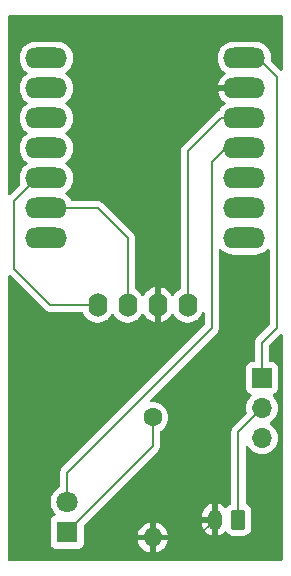
<source format=gbr>
%TF.GenerationSoftware,KiCad,Pcbnew,8.0.8*%
%TF.CreationDate,2025-02-27T00:19:43-08:00*%
%TF.ProjectId,Lab3v3,4c616233-7633-42e6-9b69-6361645f7063,V1*%
%TF.SameCoordinates,Original*%
%TF.FileFunction,Copper,L1,Top*%
%TF.FilePolarity,Positive*%
%FSLAX46Y46*%
G04 Gerber Fmt 4.6, Leading zero omitted, Abs format (unit mm)*
G04 Created by KiCad (PCBNEW 8.0.8) date 2025-02-27 00:19:43*
%MOMM*%
%LPD*%
G01*
G04 APERTURE LIST*
G04 Aperture macros list*
%AMRoundRect*
0 Rectangle with rounded corners*
0 $1 Rounding radius*
0 $2 $3 $4 $5 $6 $7 $8 $9 X,Y pos of 4 corners*
0 Add a 4 corners polygon primitive as box body*
4,1,4,$2,$3,$4,$5,$6,$7,$8,$9,$2,$3,0*
0 Add four circle primitives for the rounded corners*
1,1,$1+$1,$2,$3*
1,1,$1+$1,$4,$5*
1,1,$1+$1,$6,$7*
1,1,$1+$1,$8,$9*
0 Add four rect primitives between the rounded corners*
20,1,$1+$1,$2,$3,$4,$5,0*
20,1,$1+$1,$4,$5,$6,$7,0*
20,1,$1+$1,$6,$7,$8,$9,0*
20,1,$1+$1,$8,$9,$2,$3,0*%
G04 Aperture macros list end*
%TA.AperFunction,ComponentPad*%
%ADD10R,1.800000X1.800000*%
%TD*%
%TA.AperFunction,ComponentPad*%
%ADD11C,1.800000*%
%TD*%
%TA.AperFunction,ComponentPad*%
%ADD12O,1.600000X2.000000*%
%TD*%
%TA.AperFunction,ComponentPad*%
%ADD13C,1.600000*%
%TD*%
%TA.AperFunction,ComponentPad*%
%ADD14O,1.600000X1.600000*%
%TD*%
%TA.AperFunction,ComponentPad*%
%ADD15R,1.700000X1.700000*%
%TD*%
%TA.AperFunction,ComponentPad*%
%ADD16O,1.700000X1.700000*%
%TD*%
%TA.AperFunction,ComponentPad*%
%ADD17O,3.556000X1.778000*%
%TD*%
%TA.AperFunction,ComponentPad*%
%ADD18RoundRect,0.250000X0.350000X0.625000X-0.350000X0.625000X-0.350000X-0.625000X0.350000X-0.625000X0*%
%TD*%
%TA.AperFunction,ComponentPad*%
%ADD19O,1.200000X1.750000*%
%TD*%
%TA.AperFunction,Conductor*%
%ADD20C,0.200000*%
%TD*%
G04 APERTURE END LIST*
D10*
%TO.P,D4,1,K*%
%TO.N,Net-(D4-K)*%
X151500000Y-118790000D03*
D11*
%TO.P,D4,2,A*%
%TO.N,Net-(D4-A)*%
X151500000Y-116250000D03*
%TD*%
D12*
%TO.P,Humidity1,4,VIN*%
%TO.N,Net-(Humidity1-VIN)*%
X161700000Y-99550000D03*
%TO.P,Humidity1,3,GND*%
%TO.N,GND*%
X159160000Y-99550000D03*
%TO.P,Humidity1,2,SCL*%
%TO.N,Net-(Humidity1-SCL)*%
X156620000Y-99550000D03*
%TO.P,Humidity1,1,SDA*%
%TO.N,Net-(Humidity1-SDA)*%
X154080000Y-99550000D03*
%TD*%
D13*
%TO.P,R5,1*%
%TO.N,Net-(D4-K)*%
X158750000Y-109090000D03*
D14*
%TO.P,R5,2*%
%TO.N,GND*%
X158750000Y-119250000D03*
%TD*%
D15*
%TO.P,SW1,1,A*%
%TO.N,Net-(SW1-A)*%
X168000000Y-105750000D03*
D16*
%TO.P,SW1,2,B*%
%TO.N,Net-(BT1-+)*%
X168000000Y-108290000D03*
%TO.P,SW1,3,C*%
%TO.N,unconnected-(SW1-C-Pad3)*%
X168000000Y-110830000D03*
%TD*%
D17*
%TO.P,U3,1,PA02_A0_D0*%
%TO.N,unconnected-(U3-PA02_A0_D0-Pad1)*%
X149748000Y-78670000D03*
%TO.P,U3,2,PA4_A1_D1*%
%TO.N,unconnected-(U3-PA4_A1_D1-Pad2)*%
X149748000Y-81210000D03*
%TO.P,U3,3,PA10_A2_D2*%
%TO.N,unconnected-(U3-PA10_A2_D2-Pad3)*%
X149748000Y-83750000D03*
%TO.P,U3,4,PA11_A3_D3*%
%TO.N,unconnected-(U3-PA11_A3_D3-Pad4)*%
X149748000Y-86290000D03*
%TO.P,U3,5,PA8_A4_D4_SDA*%
%TO.N,Net-(Humidity1-SDA)*%
X149748000Y-88830000D03*
%TO.P,U3,6,PA9_A5_D5_SCL*%
%TO.N,Net-(Humidity1-SCL)*%
X149748000Y-91370000D03*
%TO.P,U3,7,PB08_A6_D6_TX*%
%TO.N,unconnected-(U3-PB08_A6_D6_TX-Pad7)*%
X149748000Y-93910000D03*
%TO.P,U3,8,5V*%
%TO.N,Net-(SW1-A)*%
X166512000Y-78670000D03*
%TO.P,U3,9,GND*%
%TO.N,GND*%
X166512000Y-81210000D03*
%TO.P,U3,10,3V3*%
%TO.N,Net-(Humidity1-VIN)*%
X166512000Y-83750000D03*
%TO.P,U3,11,PA6_A10_D10_MOSI*%
%TO.N,Net-(D4-A)*%
X166512000Y-86290000D03*
%TO.P,U3,12,PA5_A9_D9_MISO*%
%TO.N,unconnected-(U3-PA5_A9_D9_MISO-Pad12)*%
X166512000Y-88830000D03*
%TO.P,U3,13,PA7_A8_D8_SCK*%
%TO.N,unconnected-(U3-PA7_A8_D8_SCK-Pad13)*%
X166512000Y-91370000D03*
%TO.P,U3,14,PB09_A7_D7_RX*%
%TO.N,unconnected-(U3-PB09_A7_D7_RX-Pad14)*%
X166512000Y-93910000D03*
%TD*%
D18*
%TO.P,BT1,1,+*%
%TO.N,Net-(BT1-+)*%
X166000000Y-117750000D03*
D19*
%TO.P,BT1,2,-*%
%TO.N,GND*%
X164000000Y-117750000D03*
%TD*%
D20*
%TO.N,GND*%
X151500000Y-107000000D02*
X152000000Y-106500000D01*
X150500000Y-107000000D02*
X151500000Y-107000000D01*
X152000000Y-106500000D02*
X152000000Y-104500000D01*
X150000000Y-106500000D02*
X150500000Y-107000000D01*
X150000000Y-104500000D02*
X150000000Y-106500000D01*
X148500000Y-104250000D02*
X148500000Y-107000000D01*
X148500000Y-104250000D02*
X150000000Y-102750000D01*
X147000000Y-102750000D02*
X148500000Y-104250000D01*
X162500000Y-119250000D02*
X164000000Y-117750000D01*
X164540000Y-81210000D02*
X165750000Y-81210000D01*
X159160000Y-99550000D02*
X159160000Y-86590000D01*
X159160000Y-86590000D02*
X164540000Y-81210000D01*
X158750000Y-119250000D02*
X162500000Y-119250000D01*
%TO.N,Net-(SW1-A)*%
X165750000Y-78670000D02*
X167670000Y-78670000D01*
X169250000Y-80250000D02*
X169250000Y-101500000D01*
X168000000Y-102750000D02*
X168000000Y-105750000D01*
X169250000Y-101500000D02*
X168000000Y-102750000D01*
X167670000Y-78670000D02*
X169250000Y-80250000D01*
%TO.N,Net-(Humidity1-SDA)*%
X147000000Y-96500000D02*
X147000000Y-90750000D01*
X154080000Y-99550000D02*
X150050000Y-99550000D01*
X148920000Y-88830000D02*
X150510000Y-88830000D01*
X150050000Y-99550000D02*
X147000000Y-96500000D01*
X147000000Y-90750000D02*
X148920000Y-88830000D01*
%TO.N,Net-(D4-K)*%
X158750000Y-111540000D02*
X151500000Y-118790000D01*
X158750000Y-109090000D02*
X158750000Y-111540000D01*
%TO.N,Net-(D4-A)*%
X151500000Y-116250000D02*
X151500000Y-113750000D01*
X163750000Y-101500000D02*
X163750000Y-87500000D01*
X164960000Y-86290000D02*
X165750000Y-86290000D01*
X163750000Y-87500000D02*
X164960000Y-86290000D01*
X151500000Y-113750000D02*
X163750000Y-101500000D01*
%TO.N,Net-(Humidity1-VIN)*%
X164500000Y-83750000D02*
X165750000Y-83750000D01*
X161700000Y-86550000D02*
X164500000Y-83750000D01*
X161700000Y-99550000D02*
X161700000Y-86550000D01*
%TO.N,Net-(BT1-+)*%
X166000000Y-110290000D02*
X166000000Y-117750000D01*
X168000000Y-108290000D02*
X166000000Y-110290000D01*
%TO.N,Net-(Humidity1-SCL)*%
X154120000Y-91370000D02*
X150510000Y-91370000D01*
X156620000Y-93870000D02*
X154120000Y-91370000D01*
X156620000Y-99550000D02*
X156620000Y-93870000D01*
%TO.N,GND*%
X154000000Y-107000000D02*
X153500000Y-106500000D01*
X154125000Y-104750000D02*
X155500000Y-104750000D01*
X153500000Y-103250000D02*
X153500000Y-104125000D01*
X154250000Y-102500000D02*
X153500000Y-103250000D01*
X155250000Y-107000000D02*
X154000000Y-107000000D01*
X153500000Y-104125000D02*
X154125000Y-104750000D01*
X155500000Y-104750000D02*
X156000000Y-105250000D01*
X156000000Y-105250000D02*
X156000000Y-106250000D01*
X155500000Y-102500000D02*
X154250000Y-102500000D01*
X156000000Y-103000000D02*
X155500000Y-102500000D01*
X156000000Y-106250000D02*
X155250000Y-107000000D01*
%TD*%
%TA.AperFunction,Conductor*%
%TO.N,GND*%
G36*
X164555703Y-94808200D02*
G01*
X164562181Y-94814232D01*
X164717806Y-94969857D01*
X164883374Y-95090147D01*
X164894743Y-95098407D01*
X165022132Y-95163315D01*
X165089616Y-95197701D01*
X165089619Y-95197702D01*
X165193621Y-95231493D01*
X165297625Y-95265286D01*
X165397672Y-95281132D01*
X165513639Y-95299500D01*
X165513644Y-95299500D01*
X167510361Y-95299500D01*
X167615082Y-95282912D01*
X167726375Y-95265286D01*
X167934383Y-95197701D01*
X168129257Y-95098407D01*
X168228601Y-95026229D01*
X168306193Y-94969857D01*
X168306195Y-94969854D01*
X168306199Y-94969852D01*
X168437819Y-94838232D01*
X168499142Y-94804747D01*
X168568834Y-94809731D01*
X168624767Y-94851603D01*
X168649184Y-94917067D01*
X168649500Y-94925913D01*
X168649500Y-101199902D01*
X168629815Y-101266941D01*
X168613181Y-101287583D01*
X167519481Y-102381282D01*
X167519479Y-102381285D01*
X167469361Y-102468094D01*
X167469359Y-102468096D01*
X167440425Y-102518209D01*
X167440424Y-102518210D01*
X167440423Y-102518215D01*
X167399499Y-102670943D01*
X167399499Y-102670945D01*
X167399499Y-102839046D01*
X167399500Y-102839059D01*
X167399500Y-104275500D01*
X167379815Y-104342539D01*
X167327011Y-104388294D01*
X167275501Y-104399500D01*
X167102130Y-104399500D01*
X167102123Y-104399501D01*
X167042516Y-104405908D01*
X166907671Y-104456202D01*
X166907664Y-104456206D01*
X166792455Y-104542452D01*
X166792452Y-104542455D01*
X166706206Y-104657664D01*
X166706202Y-104657671D01*
X166655908Y-104792517D01*
X166649501Y-104852116D01*
X166649501Y-104852123D01*
X166649500Y-104852135D01*
X166649500Y-106647870D01*
X166649501Y-106647876D01*
X166655908Y-106707483D01*
X166706202Y-106842328D01*
X166706206Y-106842335D01*
X166792452Y-106957544D01*
X166792455Y-106957547D01*
X166907664Y-107043793D01*
X166907671Y-107043797D01*
X167039081Y-107092810D01*
X167095015Y-107134681D01*
X167119432Y-107200145D01*
X167104580Y-107268418D01*
X167083430Y-107296673D01*
X166961503Y-107418600D01*
X166825965Y-107612169D01*
X166825964Y-107612171D01*
X166726098Y-107826335D01*
X166726094Y-107826344D01*
X166664938Y-108054586D01*
X166664936Y-108054596D01*
X166644341Y-108289999D01*
X166644341Y-108290000D01*
X166664936Y-108525403D01*
X166664938Y-108525413D01*
X166699327Y-108653756D01*
X166697664Y-108723606D01*
X166667233Y-108773530D01*
X165631286Y-109809478D01*
X165519481Y-109921282D01*
X165519479Y-109921285D01*
X165469361Y-110008094D01*
X165469359Y-110008096D01*
X165440425Y-110058209D01*
X165440424Y-110058210D01*
X165424544Y-110117472D01*
X165399499Y-110210943D01*
X165399499Y-110210945D01*
X165399499Y-110379046D01*
X165399500Y-110379059D01*
X165399500Y-116329091D01*
X165379815Y-116396130D01*
X165335731Y-116434641D01*
X165336813Y-116436395D01*
X165330667Y-116440185D01*
X165330666Y-116440186D01*
X165264014Y-116481297D01*
X165181342Y-116532289D01*
X165057289Y-116656342D01*
X165017420Y-116720981D01*
X164965472Y-116767705D01*
X164896509Y-116778928D01*
X164832427Y-116751084D01*
X164824200Y-116743565D01*
X164716602Y-116635967D01*
X164576524Y-116534195D01*
X164422257Y-116455591D01*
X164257589Y-116402087D01*
X164257581Y-116402085D01*
X164250000Y-116400884D01*
X164250000Y-117469670D01*
X164230255Y-117449925D01*
X164144745Y-117400556D01*
X164049370Y-117375000D01*
X163950630Y-117375000D01*
X163855255Y-117400556D01*
X163769745Y-117449925D01*
X163750000Y-117469670D01*
X163750000Y-116400884D01*
X163749999Y-116400884D01*
X163742418Y-116402085D01*
X163742410Y-116402087D01*
X163577742Y-116455591D01*
X163423475Y-116534195D01*
X163283397Y-116635967D01*
X163160967Y-116758397D01*
X163059195Y-116898475D01*
X162980591Y-117052742D01*
X162927085Y-117217415D01*
X162900000Y-117388428D01*
X162900000Y-117500000D01*
X163719670Y-117500000D01*
X163699925Y-117519745D01*
X163650556Y-117605255D01*
X163625000Y-117700630D01*
X163625000Y-117799370D01*
X163650556Y-117894745D01*
X163699925Y-117980255D01*
X163719670Y-118000000D01*
X162900000Y-118000000D01*
X162900000Y-118111571D01*
X162927085Y-118282584D01*
X162980591Y-118447257D01*
X163059195Y-118601524D01*
X163160967Y-118741602D01*
X163283397Y-118864032D01*
X163423475Y-118965804D01*
X163577744Y-119044408D01*
X163742415Y-119097914D01*
X163742414Y-119097914D01*
X163749999Y-119099115D01*
X163750000Y-119099114D01*
X163750000Y-118030330D01*
X163769745Y-118050075D01*
X163855255Y-118099444D01*
X163950630Y-118125000D01*
X164049370Y-118125000D01*
X164144745Y-118099444D01*
X164230255Y-118050075D01*
X164250000Y-118030330D01*
X164250000Y-119099115D01*
X164257584Y-119097914D01*
X164422255Y-119044408D01*
X164576524Y-118965804D01*
X164716598Y-118864035D01*
X164824199Y-118756434D01*
X164885522Y-118722949D01*
X164955214Y-118727933D01*
X165011148Y-118769804D01*
X165017418Y-118779016D01*
X165057288Y-118843656D01*
X165181344Y-118967712D01*
X165330666Y-119059814D01*
X165497203Y-119114999D01*
X165599991Y-119125500D01*
X166400008Y-119125499D01*
X166400016Y-119125498D01*
X166400019Y-119125498D01*
X166456302Y-119119748D01*
X166502797Y-119114999D01*
X166669334Y-119059814D01*
X166818656Y-118967712D01*
X166942712Y-118843656D01*
X167034814Y-118694334D01*
X167089999Y-118527797D01*
X167100500Y-118425009D01*
X167100499Y-117074992D01*
X167089999Y-116972203D01*
X167034814Y-116805666D01*
X166942712Y-116656344D01*
X166818656Y-116532288D01*
X166669334Y-116440186D01*
X166669332Y-116440185D01*
X166663187Y-116436395D01*
X166664290Y-116434605D01*
X166619649Y-116395290D01*
X166600500Y-116329091D01*
X166600500Y-111579110D01*
X166620185Y-111512071D01*
X166672989Y-111466316D01*
X166742147Y-111456372D01*
X166805703Y-111485397D01*
X166826075Y-111507987D01*
X166961500Y-111701395D01*
X166961505Y-111701401D01*
X167128599Y-111868495D01*
X167186042Y-111908717D01*
X167322165Y-112004032D01*
X167322167Y-112004033D01*
X167322170Y-112004035D01*
X167536337Y-112103903D01*
X167764592Y-112165063D01*
X167952918Y-112181539D01*
X167999999Y-112185659D01*
X168000000Y-112185659D01*
X168000001Y-112185659D01*
X168039234Y-112182226D01*
X168235408Y-112165063D01*
X168463663Y-112103903D01*
X168677830Y-112004035D01*
X168871401Y-111868495D01*
X169038495Y-111701401D01*
X169174035Y-111507830D01*
X169273903Y-111293663D01*
X169335063Y-111065408D01*
X169355659Y-110830000D01*
X169335063Y-110594592D01*
X169273903Y-110366337D01*
X169174035Y-110152171D01*
X169130536Y-110090047D01*
X169038494Y-109958597D01*
X168871402Y-109791506D01*
X168871396Y-109791501D01*
X168685842Y-109661575D01*
X168642217Y-109606998D01*
X168635023Y-109537500D01*
X168666546Y-109475145D01*
X168685842Y-109458425D01*
X168708026Y-109442891D01*
X168871401Y-109328495D01*
X169038495Y-109161401D01*
X169174035Y-108967830D01*
X169273903Y-108753663D01*
X169335063Y-108525408D01*
X169355659Y-108290000D01*
X169335063Y-108054592D01*
X169273903Y-107826337D01*
X169174035Y-107612171D01*
X169155265Y-107585365D01*
X169038496Y-107418600D01*
X169038495Y-107418599D01*
X168916567Y-107296671D01*
X168883084Y-107235351D01*
X168888068Y-107165659D01*
X168929939Y-107109725D01*
X168960915Y-107092810D01*
X169092331Y-107043796D01*
X169207546Y-106957546D01*
X169293796Y-106842331D01*
X169344091Y-106707483D01*
X169350500Y-106647873D01*
X169350499Y-104852128D01*
X169344091Y-104792517D01*
X169293796Y-104657669D01*
X169293795Y-104657668D01*
X169293793Y-104657664D01*
X169207547Y-104542455D01*
X169207544Y-104542452D01*
X169092335Y-104456206D01*
X169092328Y-104456202D01*
X168957482Y-104405908D01*
X168957483Y-104405908D01*
X168897883Y-104399501D01*
X168897881Y-104399500D01*
X168897873Y-104399500D01*
X168897865Y-104399500D01*
X168724500Y-104399500D01*
X168657461Y-104379815D01*
X168611706Y-104327011D01*
X168600500Y-104275500D01*
X168600500Y-103050096D01*
X168620185Y-102983057D01*
X168636814Y-102962419D01*
X169537819Y-102061414D01*
X169599142Y-102027930D01*
X169668834Y-102032914D01*
X169724767Y-102074786D01*
X169749184Y-102140250D01*
X169749500Y-102149096D01*
X169749500Y-121125500D01*
X169729815Y-121192539D01*
X169677011Y-121238294D01*
X169625500Y-121249500D01*
X146624500Y-121249500D01*
X146557461Y-121229815D01*
X146511706Y-121177011D01*
X146500500Y-121125500D01*
X146500500Y-97149097D01*
X146520185Y-97082058D01*
X146572989Y-97036303D01*
X146642147Y-97026359D01*
X146705703Y-97055384D01*
X146712181Y-97061416D01*
X149565139Y-99914374D01*
X149565149Y-99914385D01*
X149569479Y-99918715D01*
X149569480Y-99918716D01*
X149681284Y-100030520D01*
X149681286Y-100030521D01*
X149681290Y-100030524D01*
X149818209Y-100109573D01*
X149818216Y-100109577D01*
X149930019Y-100139534D01*
X149970942Y-100150500D01*
X149970943Y-100150500D01*
X152752613Y-100150500D01*
X152819652Y-100170185D01*
X152865407Y-100222989D01*
X152870543Y-100236180D01*
X152874779Y-100249219D01*
X152967715Y-100431613D01*
X153088028Y-100597213D01*
X153232786Y-100741971D01*
X153387749Y-100854556D01*
X153398390Y-100862287D01*
X153514607Y-100921503D01*
X153580776Y-100955218D01*
X153580778Y-100955218D01*
X153580781Y-100955220D01*
X153685137Y-100989127D01*
X153775465Y-101018477D01*
X153876557Y-101034488D01*
X153977648Y-101050500D01*
X153977649Y-101050500D01*
X154182351Y-101050500D01*
X154182352Y-101050500D01*
X154384534Y-101018477D01*
X154579219Y-100955220D01*
X154761610Y-100862287D01*
X154854590Y-100794732D01*
X154927213Y-100741971D01*
X154927215Y-100741968D01*
X154927219Y-100741966D01*
X155071966Y-100597219D01*
X155071968Y-100597215D01*
X155071971Y-100597213D01*
X155192284Y-100431614D01*
X155192286Y-100431611D01*
X155192287Y-100431610D01*
X155239516Y-100338917D01*
X155287489Y-100288123D01*
X155355310Y-100271328D01*
X155421445Y-100293865D01*
X155460485Y-100338919D01*
X155507715Y-100431614D01*
X155628028Y-100597213D01*
X155772786Y-100741971D01*
X155927749Y-100854556D01*
X155938390Y-100862287D01*
X156054607Y-100921503D01*
X156120776Y-100955218D01*
X156120778Y-100955218D01*
X156120781Y-100955220D01*
X156225137Y-100989127D01*
X156315465Y-101018477D01*
X156416557Y-101034488D01*
X156517648Y-101050500D01*
X156517649Y-101050500D01*
X156722351Y-101050500D01*
X156722352Y-101050500D01*
X156924534Y-101018477D01*
X157119219Y-100955220D01*
X157301610Y-100862287D01*
X157394590Y-100794732D01*
X157467213Y-100741971D01*
X157467215Y-100741968D01*
X157467219Y-100741966D01*
X157611966Y-100597219D01*
X157611968Y-100597215D01*
X157611971Y-100597213D01*
X157732284Y-100431614D01*
X157732286Y-100431611D01*
X157732287Y-100431610D01*
X157779795Y-100338369D01*
X157827770Y-100287574D01*
X157895591Y-100270779D01*
X157961725Y-100293316D01*
X158000765Y-100338370D01*
X158048140Y-100431349D01*
X158168417Y-100596894D01*
X158168417Y-100596895D01*
X158313104Y-100741582D01*
X158478650Y-100861859D01*
X158660968Y-100954754D01*
X158855578Y-101017988D01*
X158910000Y-101026607D01*
X158910000Y-99983012D01*
X158967007Y-100015925D01*
X159094174Y-100050000D01*
X159225826Y-100050000D01*
X159352993Y-100015925D01*
X159410000Y-99983012D01*
X159410000Y-101026606D01*
X159464421Y-101017988D01*
X159659031Y-100954754D01*
X159841349Y-100861859D01*
X160006894Y-100741582D01*
X160006895Y-100741582D01*
X160151582Y-100596895D01*
X160151582Y-100596894D01*
X160271861Y-100431347D01*
X160319234Y-100338371D01*
X160367208Y-100287575D01*
X160435028Y-100270779D01*
X160501164Y-100293316D01*
X160540203Y-100338369D01*
X160587713Y-100431611D01*
X160708028Y-100597213D01*
X160852786Y-100741971D01*
X161007749Y-100854556D01*
X161018390Y-100862287D01*
X161134607Y-100921503D01*
X161200776Y-100955218D01*
X161200778Y-100955218D01*
X161200781Y-100955220D01*
X161305137Y-100989127D01*
X161395465Y-101018477D01*
X161496557Y-101034488D01*
X161597648Y-101050500D01*
X161597649Y-101050500D01*
X161802351Y-101050500D01*
X161802352Y-101050500D01*
X162004534Y-101018477D01*
X162199219Y-100955220D01*
X162381610Y-100862287D01*
X162474590Y-100794732D01*
X162547213Y-100741971D01*
X162547215Y-100741968D01*
X162547219Y-100741966D01*
X162691966Y-100597219D01*
X162691968Y-100597215D01*
X162691971Y-100597213D01*
X162744732Y-100524590D01*
X162812287Y-100431610D01*
X162905220Y-100249219D01*
X162907570Y-100241985D01*
X162947005Y-100184313D01*
X163011363Y-100157114D01*
X163080210Y-100169028D01*
X163131686Y-100216271D01*
X163149500Y-100280306D01*
X163149500Y-101199902D01*
X163129815Y-101266941D01*
X163113181Y-101287583D01*
X151019481Y-113381282D01*
X151019479Y-113381285D01*
X150969361Y-113468094D01*
X150969359Y-113468096D01*
X150940425Y-113518209D01*
X150940424Y-113518210D01*
X150940423Y-113518215D01*
X150899499Y-113670943D01*
X150899499Y-113670945D01*
X150899499Y-113839046D01*
X150899500Y-113839059D01*
X150899500Y-114908655D01*
X150879815Y-114975694D01*
X150834519Y-115017709D01*
X150731376Y-115073528D01*
X150731365Y-115073535D01*
X150548222Y-115216081D01*
X150548219Y-115216084D01*
X150391016Y-115386852D01*
X150264075Y-115581151D01*
X150170842Y-115793699D01*
X150113866Y-116018691D01*
X150113864Y-116018702D01*
X150094700Y-116249993D01*
X150094700Y-116250006D01*
X150113864Y-116481297D01*
X150113866Y-116481308D01*
X150170842Y-116706300D01*
X150264075Y-116918848D01*
X150391016Y-117113147D01*
X150391019Y-117113151D01*
X150391021Y-117113153D01*
X150485803Y-117216114D01*
X150516724Y-117278767D01*
X150508864Y-117348193D01*
X150464716Y-117402348D01*
X150437906Y-117416277D01*
X150357669Y-117446203D01*
X150357664Y-117446206D01*
X150242455Y-117532452D01*
X150242452Y-117532455D01*
X150156206Y-117647664D01*
X150156202Y-117647671D01*
X150105908Y-117782517D01*
X150099501Y-117842116D01*
X150099500Y-117842135D01*
X150099500Y-119737870D01*
X150099501Y-119737876D01*
X150105908Y-119797483D01*
X150156202Y-119932328D01*
X150156206Y-119932335D01*
X150242452Y-120047544D01*
X150242455Y-120047547D01*
X150357664Y-120133793D01*
X150357671Y-120133797D01*
X150492517Y-120184091D01*
X150492516Y-120184091D01*
X150499444Y-120184835D01*
X150552127Y-120190500D01*
X152447872Y-120190499D01*
X152507483Y-120184091D01*
X152642331Y-120133796D01*
X152757546Y-120047546D01*
X152843796Y-119932331D01*
X152894091Y-119797483D01*
X152900500Y-119737873D01*
X152900499Y-118999999D01*
X157471127Y-118999999D01*
X157471128Y-119000000D01*
X158434314Y-119000000D01*
X158429920Y-119004394D01*
X158377259Y-119095606D01*
X158350000Y-119197339D01*
X158350000Y-119302661D01*
X158377259Y-119404394D01*
X158429920Y-119495606D01*
X158434314Y-119500000D01*
X157471128Y-119500000D01*
X157523730Y-119696317D01*
X157523734Y-119696326D01*
X157619865Y-119902482D01*
X157750342Y-120088820D01*
X157911179Y-120249657D01*
X158097517Y-120380134D01*
X158303673Y-120476265D01*
X158303682Y-120476269D01*
X158499999Y-120528872D01*
X158500000Y-120528871D01*
X158500000Y-119565686D01*
X158504394Y-119570080D01*
X158595606Y-119622741D01*
X158697339Y-119650000D01*
X158802661Y-119650000D01*
X158904394Y-119622741D01*
X158995606Y-119570080D01*
X159000000Y-119565686D01*
X159000000Y-120528872D01*
X159196317Y-120476269D01*
X159196326Y-120476265D01*
X159402482Y-120380134D01*
X159588820Y-120249657D01*
X159749657Y-120088820D01*
X159880134Y-119902482D01*
X159976265Y-119696326D01*
X159976269Y-119696317D01*
X160028872Y-119500000D01*
X159065686Y-119500000D01*
X159070080Y-119495606D01*
X159122741Y-119404394D01*
X159150000Y-119302661D01*
X159150000Y-119197339D01*
X159122741Y-119095606D01*
X159070080Y-119004394D01*
X159065686Y-119000000D01*
X160028872Y-119000000D01*
X160028872Y-118999999D01*
X159976269Y-118803682D01*
X159976265Y-118803673D01*
X159880134Y-118597517D01*
X159749657Y-118411179D01*
X159588820Y-118250342D01*
X159402482Y-118119865D01*
X159196328Y-118023734D01*
X159000000Y-117971127D01*
X159000000Y-118934314D01*
X158995606Y-118929920D01*
X158904394Y-118877259D01*
X158802661Y-118850000D01*
X158697339Y-118850000D01*
X158595606Y-118877259D01*
X158504394Y-118929920D01*
X158500000Y-118934314D01*
X158500000Y-117971127D01*
X158303671Y-118023734D01*
X158097517Y-118119865D01*
X157911179Y-118250342D01*
X157750342Y-118411179D01*
X157619865Y-118597517D01*
X157523734Y-118803673D01*
X157523730Y-118803682D01*
X157471127Y-118999999D01*
X152900499Y-118999999D01*
X152900499Y-118290095D01*
X152920184Y-118223057D01*
X152936813Y-118202420D01*
X159108506Y-112030728D01*
X159108511Y-112030724D01*
X159118714Y-112020520D01*
X159118716Y-112020520D01*
X159230520Y-111908716D01*
X159309577Y-111771784D01*
X159350500Y-111619057D01*
X159350500Y-110321692D01*
X159370185Y-110254653D01*
X159403374Y-110220119D01*
X159589139Y-110090047D01*
X159750047Y-109929139D01*
X159880568Y-109742734D01*
X159976739Y-109536496D01*
X160035635Y-109316692D01*
X160055468Y-109090000D01*
X160035635Y-108863308D01*
X159976739Y-108643504D01*
X159880568Y-108437266D01*
X159750047Y-108250861D01*
X159750045Y-108250858D01*
X159589141Y-108089954D01*
X159402734Y-107959432D01*
X159402732Y-107959431D01*
X159196497Y-107863261D01*
X159196488Y-107863258D01*
X158976697Y-107804366D01*
X158976693Y-107804365D01*
X158976692Y-107804365D01*
X158976691Y-107804364D01*
X158976686Y-107804364D01*
X158750002Y-107784532D01*
X158749998Y-107784532D01*
X158612356Y-107796574D01*
X158543856Y-107782807D01*
X158493673Y-107734192D01*
X158477740Y-107666163D01*
X158501115Y-107600320D01*
X158513862Y-107585371D01*
X164118713Y-101980521D01*
X164118716Y-101980520D01*
X164230520Y-101868716D01*
X164280639Y-101781904D01*
X164309577Y-101731785D01*
X164350500Y-101579057D01*
X164350500Y-101420943D01*
X164350500Y-94901913D01*
X164370185Y-94834874D01*
X164422989Y-94789119D01*
X164492147Y-94779175D01*
X164555703Y-94808200D01*
G37*
%TD.AperFunction*%
%TA.AperFunction,Conductor*%
G36*
X169692539Y-75020185D02*
G01*
X169738294Y-75072989D01*
X169749500Y-75124500D01*
X169749500Y-79600903D01*
X169729815Y-79667942D01*
X169677011Y-79713697D01*
X169607853Y-79723641D01*
X169544297Y-79694616D01*
X169537819Y-79688584D01*
X168813037Y-78963802D01*
X168779552Y-78902479D01*
X168778245Y-78856728D01*
X168790500Y-78779356D01*
X168790500Y-78560644D01*
X168790500Y-78560638D01*
X168770595Y-78434971D01*
X168756286Y-78344625D01*
X168688701Y-78136617D01*
X168688701Y-78136616D01*
X168654315Y-78069132D01*
X168589407Y-77941743D01*
X168581147Y-77930374D01*
X168460857Y-77764806D01*
X168306193Y-77610142D01*
X168129260Y-77481595D01*
X168129259Y-77481594D01*
X168129257Y-77481593D01*
X168066825Y-77449782D01*
X167934383Y-77382298D01*
X167934380Y-77382297D01*
X167726376Y-77314714D01*
X167510361Y-77280500D01*
X167510356Y-77280500D01*
X165513644Y-77280500D01*
X165513639Y-77280500D01*
X165297623Y-77314714D01*
X165089619Y-77382297D01*
X165089616Y-77382298D01*
X164894739Y-77481595D01*
X164717806Y-77610142D01*
X164563142Y-77764806D01*
X164434595Y-77941739D01*
X164335298Y-78136616D01*
X164335297Y-78136619D01*
X164267714Y-78344623D01*
X164233500Y-78560638D01*
X164233500Y-78779361D01*
X164267714Y-78995376D01*
X164335297Y-79203380D01*
X164335298Y-79203383D01*
X164434595Y-79398260D01*
X164563142Y-79575193D01*
X164717802Y-79729853D01*
X164717807Y-79729857D01*
X164869394Y-79839991D01*
X164912060Y-79895320D01*
X164918039Y-79964934D01*
X164885434Y-80026729D01*
X164869394Y-80040627D01*
X164718133Y-80150524D01*
X164718128Y-80150528D01*
X164563528Y-80305128D01*
X164563524Y-80305133D01*
X164435023Y-80482001D01*
X164335762Y-80676808D01*
X164335761Y-80676811D01*
X164268201Y-80884741D01*
X164256282Y-80960000D01*
X165307749Y-80960000D01*
X165276619Y-81013919D01*
X165242000Y-81143120D01*
X165242000Y-81276880D01*
X165276619Y-81406081D01*
X165307749Y-81460000D01*
X164256282Y-81460000D01*
X164268201Y-81535258D01*
X164335761Y-81743188D01*
X164335762Y-81743191D01*
X164435023Y-81937998D01*
X164563524Y-82114866D01*
X164563528Y-82114871D01*
X164718128Y-82269471D01*
X164718133Y-82269475D01*
X164869394Y-82379372D01*
X164912060Y-82434701D01*
X164918039Y-82504315D01*
X164885434Y-82566110D01*
X164869394Y-82580008D01*
X164717807Y-82690142D01*
X164717802Y-82690146D01*
X164563142Y-82844806D01*
X164434593Y-83021741D01*
X164386426Y-83116273D01*
X164338451Y-83167068D01*
X164308039Y-83179751D01*
X164268215Y-83190422D01*
X164268209Y-83190425D01*
X164222847Y-83216616D01*
X164222845Y-83216617D01*
X164131290Y-83269475D01*
X164131282Y-83269481D01*
X162722532Y-84678232D01*
X161331286Y-86069478D01*
X161331284Y-86069480D01*
X161275810Y-86124954D01*
X161219481Y-86181282D01*
X161219480Y-86181284D01*
X161202357Y-86210943D01*
X161140423Y-86318215D01*
X161099499Y-86470943D01*
X161099499Y-86470945D01*
X161099499Y-86639046D01*
X161099500Y-86639059D01*
X161099500Y-98120397D01*
X161079815Y-98187436D01*
X161031800Y-98230879D01*
X161018389Y-98237712D01*
X160852786Y-98358028D01*
X160708028Y-98502786D01*
X160587713Y-98668388D01*
X160540203Y-98761630D01*
X160492228Y-98812426D01*
X160424407Y-98829220D01*
X160358272Y-98806682D01*
X160319234Y-98761628D01*
X160271861Y-98668652D01*
X160151582Y-98503105D01*
X160151582Y-98503104D01*
X160006895Y-98358417D01*
X159841349Y-98238140D01*
X159659029Y-98145244D01*
X159464413Y-98082009D01*
X159410000Y-98073390D01*
X159410000Y-99116988D01*
X159352993Y-99084075D01*
X159225826Y-99050000D01*
X159094174Y-99050000D01*
X158967007Y-99084075D01*
X158910000Y-99116988D01*
X158910000Y-98073390D01*
X158855586Y-98082009D01*
X158660970Y-98145244D01*
X158478650Y-98238140D01*
X158313105Y-98358417D01*
X158313104Y-98358417D01*
X158168417Y-98503104D01*
X158168417Y-98503105D01*
X158048140Y-98668650D01*
X158000765Y-98761629D01*
X157952790Y-98812425D01*
X157884969Y-98829220D01*
X157818834Y-98806682D01*
X157779795Y-98761629D01*
X157732419Y-98668650D01*
X157732287Y-98668390D01*
X157724556Y-98657749D01*
X157611971Y-98502786D01*
X157467213Y-98358028D01*
X157301610Y-98237712D01*
X157288200Y-98230879D01*
X157237406Y-98182903D01*
X157220500Y-98120397D01*
X157220500Y-93959059D01*
X157220501Y-93959046D01*
X157220501Y-93790945D01*
X157220501Y-93790943D01*
X157179577Y-93638215D01*
X157150639Y-93588095D01*
X157100520Y-93501284D01*
X156988716Y-93389480D01*
X156988715Y-93389479D01*
X156984385Y-93385149D01*
X156984374Y-93385139D01*
X154607590Y-91008355D01*
X154607588Y-91008352D01*
X154488717Y-90889481D01*
X154488709Y-90889475D01*
X154397155Y-90836617D01*
X154397153Y-90836616D01*
X154351790Y-90810425D01*
X154351789Y-90810424D01*
X154338201Y-90806783D01*
X154199057Y-90769499D01*
X154040943Y-90769499D01*
X154033347Y-90769499D01*
X154033331Y-90769500D01*
X151966490Y-90769500D01*
X151899451Y-90749815D01*
X151856005Y-90701795D01*
X151825407Y-90641743D01*
X151817147Y-90630374D01*
X151696857Y-90464806D01*
X151542199Y-90310148D01*
X151542191Y-90310142D01*
X151391028Y-90200316D01*
X151348364Y-90144989D01*
X151342385Y-90075376D01*
X151374990Y-90013580D01*
X151391023Y-89999686D01*
X151542199Y-89889852D01*
X151696852Y-89735199D01*
X151696854Y-89735195D01*
X151696857Y-89735193D01*
X151753229Y-89657601D01*
X151825407Y-89558257D01*
X151924701Y-89363383D01*
X151992286Y-89155375D01*
X152009912Y-89044082D01*
X152026500Y-88939361D01*
X152026500Y-88720638D01*
X152006595Y-88594971D01*
X151992286Y-88504625D01*
X151924701Y-88296617D01*
X151924701Y-88296616D01*
X151885500Y-88219681D01*
X151825407Y-88101743D01*
X151817147Y-88090374D01*
X151696857Y-87924806D01*
X151542199Y-87770148D01*
X151491147Y-87733057D01*
X151391028Y-87660316D01*
X151348364Y-87604989D01*
X151342385Y-87535376D01*
X151374990Y-87473580D01*
X151391023Y-87459686D01*
X151542199Y-87349852D01*
X151696852Y-87195199D01*
X151696854Y-87195195D01*
X151696857Y-87195193D01*
X151824518Y-87019480D01*
X151825407Y-87018257D01*
X151924701Y-86823383D01*
X151992286Y-86615375D01*
X152009912Y-86504082D01*
X152026500Y-86399361D01*
X152026500Y-86180638D01*
X152006595Y-86054971D01*
X151992286Y-85964625D01*
X151924701Y-85756617D01*
X151924701Y-85756616D01*
X151885500Y-85679681D01*
X151825407Y-85561743D01*
X151817147Y-85550374D01*
X151696857Y-85384806D01*
X151542199Y-85230148D01*
X151542191Y-85230142D01*
X151391028Y-85120316D01*
X151348364Y-85064989D01*
X151342385Y-84995376D01*
X151374990Y-84933580D01*
X151391023Y-84919686D01*
X151542199Y-84809852D01*
X151696852Y-84655199D01*
X151696854Y-84655195D01*
X151696857Y-84655193D01*
X151753229Y-84577601D01*
X151825407Y-84478257D01*
X151924701Y-84283383D01*
X151992286Y-84075375D01*
X152009912Y-83964082D01*
X152026500Y-83859361D01*
X152026500Y-83640638D01*
X152006595Y-83514971D01*
X151992286Y-83424625D01*
X151941877Y-83269480D01*
X151924701Y-83216616D01*
X151873573Y-83116273D01*
X151825407Y-83021743D01*
X151817147Y-83010374D01*
X151696857Y-82844806D01*
X151542199Y-82690148D01*
X151542191Y-82690142D01*
X151391028Y-82580316D01*
X151348364Y-82524989D01*
X151342385Y-82455376D01*
X151374990Y-82393580D01*
X151391023Y-82379686D01*
X151542199Y-82269852D01*
X151696852Y-82115199D01*
X151696854Y-82115195D01*
X151696857Y-82115193D01*
X151753229Y-82037601D01*
X151825407Y-81938257D01*
X151924701Y-81743383D01*
X151992286Y-81535375D01*
X152013246Y-81403039D01*
X152026500Y-81319361D01*
X152026500Y-81100638D01*
X152004224Y-80960000D01*
X151992286Y-80884625D01*
X151944197Y-80736619D01*
X151924702Y-80676619D01*
X151924701Y-80676616D01*
X151890315Y-80609132D01*
X151825407Y-80481743D01*
X151817147Y-80470374D01*
X151696857Y-80304806D01*
X151542199Y-80150148D01*
X151542191Y-80150142D01*
X151391028Y-80040316D01*
X151348364Y-79984989D01*
X151342385Y-79915376D01*
X151374990Y-79853580D01*
X151391023Y-79839686D01*
X151542199Y-79729852D01*
X151696852Y-79575199D01*
X151696854Y-79575195D01*
X151696857Y-79575193D01*
X151753229Y-79497601D01*
X151825407Y-79398257D01*
X151924701Y-79203383D01*
X151992286Y-78995375D01*
X152014247Y-78856721D01*
X152026500Y-78779361D01*
X152026500Y-78560638D01*
X152006595Y-78434971D01*
X151992286Y-78344625D01*
X151924701Y-78136617D01*
X151924701Y-78136616D01*
X151890315Y-78069132D01*
X151825407Y-77941743D01*
X151817147Y-77930374D01*
X151696857Y-77764806D01*
X151542193Y-77610142D01*
X151365260Y-77481595D01*
X151365259Y-77481594D01*
X151365257Y-77481593D01*
X151302825Y-77449782D01*
X151170383Y-77382298D01*
X151170380Y-77382297D01*
X150962376Y-77314714D01*
X150746361Y-77280500D01*
X150746356Y-77280500D01*
X148749644Y-77280500D01*
X148749639Y-77280500D01*
X148533623Y-77314714D01*
X148325619Y-77382297D01*
X148325616Y-77382298D01*
X148130739Y-77481595D01*
X147953806Y-77610142D01*
X147799142Y-77764806D01*
X147670595Y-77941739D01*
X147571298Y-78136616D01*
X147571297Y-78136619D01*
X147503714Y-78344623D01*
X147469500Y-78560638D01*
X147469500Y-78779361D01*
X147503714Y-78995376D01*
X147571297Y-79203380D01*
X147571298Y-79203383D01*
X147670595Y-79398260D01*
X147799142Y-79575193D01*
X147953806Y-79729857D01*
X148104969Y-79839682D01*
X148147635Y-79895011D01*
X148153614Y-79964625D01*
X148121009Y-80026420D01*
X148104969Y-80040318D01*
X147953806Y-80150142D01*
X147799142Y-80304806D01*
X147670595Y-80481739D01*
X147571298Y-80676616D01*
X147571297Y-80676619D01*
X147503714Y-80884623D01*
X147469500Y-81100638D01*
X147469500Y-81319361D01*
X147503714Y-81535376D01*
X147571297Y-81743380D01*
X147571298Y-81743383D01*
X147638782Y-81875825D01*
X147670461Y-81937998D01*
X147670595Y-81938260D01*
X147799142Y-82115193D01*
X147953806Y-82269857D01*
X148104969Y-82379682D01*
X148147635Y-82435011D01*
X148153614Y-82504625D01*
X148121009Y-82566420D01*
X148104969Y-82580318D01*
X147953806Y-82690142D01*
X147799142Y-82844806D01*
X147670595Y-83021739D01*
X147571299Y-83216616D01*
X147503714Y-83424623D01*
X147469500Y-83640638D01*
X147469500Y-83859361D01*
X147503714Y-84075376D01*
X147571297Y-84283380D01*
X147571298Y-84283383D01*
X147670595Y-84478260D01*
X147799142Y-84655193D01*
X147953806Y-84809857D01*
X148104969Y-84919682D01*
X148147635Y-84975011D01*
X148153614Y-85044625D01*
X148121009Y-85106420D01*
X148104969Y-85120318D01*
X147953806Y-85230142D01*
X147799142Y-85384806D01*
X147670595Y-85561739D01*
X147571298Y-85756616D01*
X147571297Y-85756619D01*
X147503714Y-85964623D01*
X147469500Y-86180638D01*
X147469500Y-86399361D01*
X147503714Y-86615376D01*
X147571297Y-86823380D01*
X147571298Y-86823383D01*
X147670595Y-87018260D01*
X147799142Y-87195193D01*
X147953806Y-87349857D01*
X148104969Y-87459682D01*
X148147635Y-87515011D01*
X148153614Y-87584625D01*
X148121009Y-87646420D01*
X148104969Y-87660318D01*
X147953806Y-87770142D01*
X147799142Y-87924806D01*
X147670595Y-88101739D01*
X147571298Y-88296616D01*
X147571297Y-88296619D01*
X147503714Y-88504623D01*
X147469500Y-88720638D01*
X147469500Y-88939361D01*
X147503714Y-89155378D01*
X147539499Y-89265516D01*
X147541494Y-89335357D01*
X147509249Y-89391514D01*
X146712181Y-90188583D01*
X146650858Y-90222068D01*
X146581167Y-90217084D01*
X146525233Y-90175212D01*
X146500816Y-90109748D01*
X146500500Y-90100902D01*
X146500500Y-75124500D01*
X146520185Y-75057461D01*
X146572989Y-75011706D01*
X146624500Y-75000500D01*
X169625500Y-75000500D01*
X169692539Y-75020185D01*
G37*
%TD.AperFunction*%
%TA.AperFunction,Conductor*%
G36*
X166455039Y-80979685D02*
G01*
X166500794Y-81032489D01*
X166512000Y-81084000D01*
X166512000Y-81336000D01*
X166492315Y-81403039D01*
X166439511Y-81448794D01*
X166388000Y-81460000D01*
X166192251Y-81460000D01*
X166223381Y-81406081D01*
X166258000Y-81276880D01*
X166258000Y-81143120D01*
X166223381Y-81013919D01*
X166192251Y-80960000D01*
X166388000Y-80960000D01*
X166455039Y-80979685D01*
G37*
%TD.AperFunction*%
%TD*%
M02*

</source>
